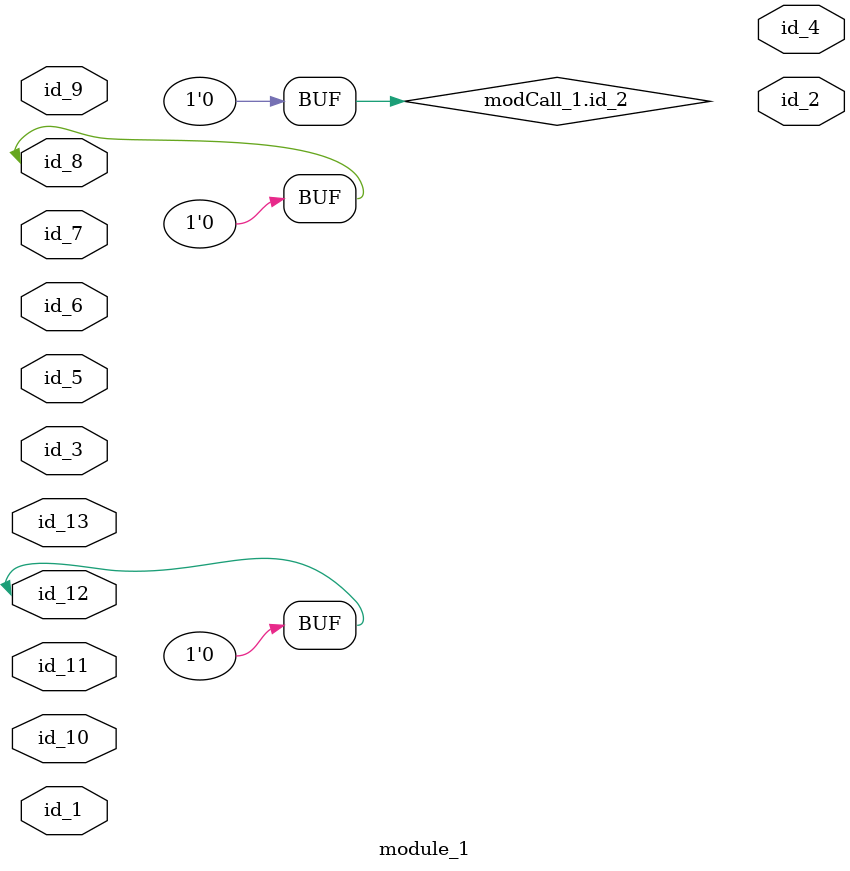
<source format=v>
module module_0;
  wire id_1;
  assign id_2 = 1;
endmodule
module module_1 (
    id_1,
    id_2,
    id_3,
    id_4,
    id_5,
    id_6,
    id_7,
    id_8,
    id_9,
    id_10,
    id_11,
    id_12,
    id_13
);
  inout wire id_13;
  inout wire id_12;
  input wire id_11;
  input wire id_10;
  inout wire id_9;
  inout wire id_8;
  inout wire id_7;
  inout wire id_6;
  input wire id_5;
  output wire id_4;
  inout wire id_3;
  output wire id_2;
  input wire id_1;
  wire id_14;
  wire id_15;
  assign id_8 = -1 & id_5;
  and primCall (id_12, id_13, id_14, id_15, id_16, id_3, id_5, id_6, id_7, id_8, id_9);
  wire id_16;
  module_0 modCall_1 ();
  assign modCall_1.id_2 = 0;
  always id_8 <= -1 - 1;
  assign id_12 = -1'b0;
endmodule

</source>
